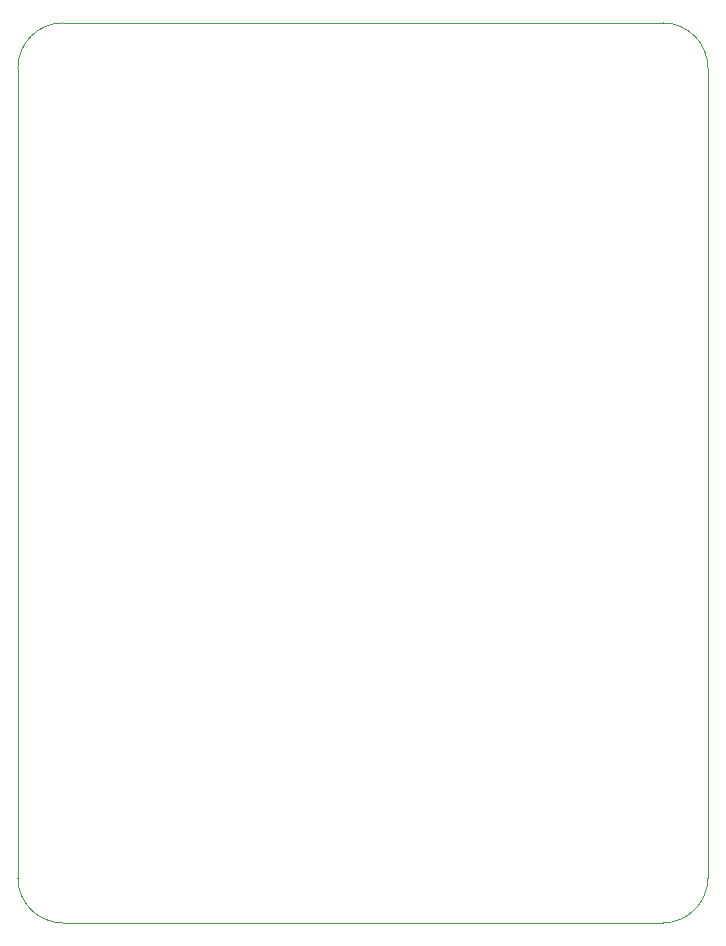
<source format=gbr>
G04 #@! TF.GenerationSoftware,KiCad,Pcbnew,(5.1.5)-3*
G04 #@! TF.CreationDate,2020-01-04T01:11:27+07:00*
G04 #@! TF.ProjectId,main,6d61696e-2e6b-4696-9361-645f70636258,1.2*
G04 #@! TF.SameCoordinates,Original*
G04 #@! TF.FileFunction,Profile,NP*
%FSLAX46Y46*%
G04 Gerber Fmt 4.6, Leading zero omitted, Abs format (unit mm)*
G04 Created by KiCad (PCBNEW (5.1.5)-3) date 2020-01-04 01:11:27*
%MOMM*%
%LPD*%
G04 APERTURE LIST*
%ADD10C,0.100000*%
G04 APERTURE END LIST*
D10*
X109982000Y-62738000D02*
G75*
G02X113792000Y-58928000I3810000J0D01*
G01*
X113792000Y-135128000D02*
X164592000Y-135128000D01*
X109982000Y-62738000D02*
X109982000Y-131318000D01*
X164592000Y-58928000D02*
X113792000Y-58928000D01*
X168402000Y-131318000D02*
X168402000Y-62738000D01*
X164592000Y-58928000D02*
G75*
G02X168402000Y-62738000I0J-3810000D01*
G01*
X113792000Y-135128000D02*
G75*
G02X109982000Y-131318000I0J3810000D01*
G01*
X168402000Y-131318000D02*
G75*
G02X164592000Y-135128000I-3810000J0D01*
G01*
M02*

</source>
